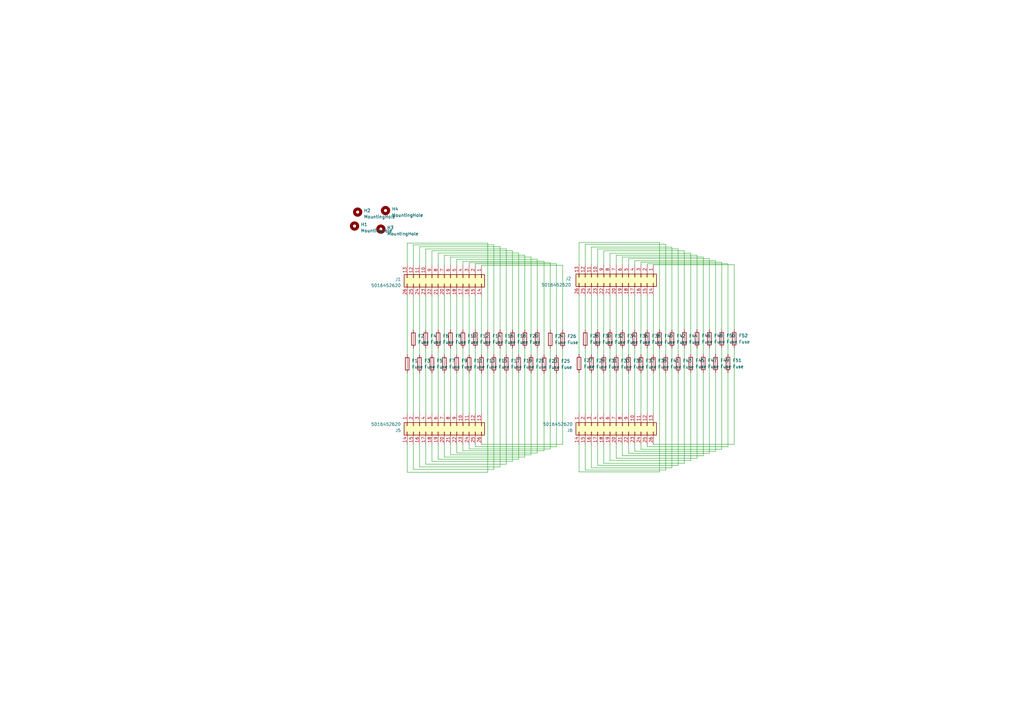
<source format=kicad_sch>
(kicad_sch (version 20231120) (generator "eeschema") (generator_version "8.0")
  (paper "A3")
  (title_block (title "Cell Tap Fuses PCB") (date "2023-03-23") (rev "0") (company "USC Formula Electric"))
  (lib_symbols
    (symbol "Connector_Generic:Conn_02x13_Top_Bottom" (pin_names (offset 1.016) hide)
      (property "Reference" "J" (at 1.27 17.78 0))
      (property "Value" "Conn_02x13_Top_Bottom" (at 1.27 -17.78 0))
      (symbol "Conn_02x13_Top_Bottom_1_1"
        (rectangle (start -1.27 -15.113) (end 0 -15.367) (stroke (width 0.1524)))
        (rectangle (start -1.27 -12.573) (end 0 -12.827) (stroke (width 0.1524)))
        (rectangle (start -1.27 -10.033) (end 0 -10.287) (stroke (width 0.1524)))
        (rectangle (start -1.27 -7.493) (end 0 -7.747) (stroke (width 0.1524)))
        (rectangle (start -1.27 -4.953) (end 0 -5.207) (stroke (width 0.1524)))
        (rectangle (start -1.27 -2.413) (end 0 -2.667) (stroke (width 0.1524)))
        (rectangle (start -1.27 0.127) (end 0 -0.127) (stroke (width 0.1524)))
        (rectangle (start -1.27 2.667) (end 0 2.413) (stroke (width 0.1524)))
        (rectangle (start -1.27 5.207) (end 0 4.953) (stroke (width 0.1524)))
        (rectangle (start -1.27 7.747) (end 0 7.493) (stroke (width 0.1524)))
        (rectangle (start -1.27 10.287) (end 0 10.033) (stroke (width 0.1524)))
        (rectangle (start -1.27 12.827) (end 0 12.573) (stroke (width 0.1524)))
        (rectangle (start -1.27 15.367) (end 0 15.113) (stroke (width 0.1524)))
        (rectangle (start -1.27 16.51) (end 3.81 -16.51) (stroke (width 0.254)) (fill (type background)))
        (rectangle (start 3.81 -15.113) (end 2.54 -15.367) (stroke (width 0.1524)))
        (rectangle (start 3.81 -12.573) (end 2.54 -12.827) (stroke (width 0.1524)))
        (rectangle (start 3.81 -10.033) (end 2.54 -10.287) (stroke (width 0.1524)))
        (rectangle (start 3.81 -7.493) (end 2.54 -7.747) (stroke (width 0.1524)))
        (rectangle (start 3.81 -4.953) (end 2.54 -5.207) (stroke (width 0.1524)))
        (rectangle (start 3.81 -2.413) (end 2.54 -2.667) (stroke (width 0.1524)))
        (rectangle (start 3.81 0.127) (end 2.54 -0.127) (stroke (width 0.1524)))
        (rectangle (start 3.81 2.667) (end 2.54 2.413) (stroke (width 0.1524)))
        (rectangle (start 3.81 5.207) (end 2.54 4.953) (stroke (width 0.1524)))
        (rectangle (start 3.81 7.747) (end 2.54 7.493) (stroke (width 0.1524)))
        (rectangle (start 3.81 10.287) (end 2.54 10.033) (stroke (width 0.1524)))
        (rectangle (start 3.81 12.827) (end 2.54 12.573) (stroke (width 0.1524)))
        (rectangle (start 3.81 15.367) (end 2.54 15.113) (stroke (width 0.1524)))
        (pin passive line (at -5.08 15.24 0) (length 3.81) (name "Pin_1") (number "1"))
        (pin passive line (at -5.08 -7.62 0) (length 3.81) (name "Pin_10") (number "10"))
        (pin passive line (at -5.08 -10.16 0) (length 3.81) (name "Pin_11") (number "11"))
        (pin passive line (at -5.08 -12.7 0) (length 3.81) (name "Pin_12") (number "12"))
        (pin passive line (at -5.08 -15.24 0) (length 3.81) (name "Pin_13") (number "13"))
        (pin passive line (at 7.62 15.24 180) (length 3.81) (name "Pin_14") (number "14"))
        (pin passive line (at 7.62 12.7 180) (length 3.81) (name "Pin_15") (number "15"))
        (pin passive line (at 7.62 10.16 180) (length 3.81) (name "Pin_16") (number "16"))
        (pin passive line (at 7.62 7.62 180) (length 3.81) (name "Pin_17") (number "17"))
        (pin passive line (at 7.62 5.08 180) (length 3.81) (name "Pin_18") (number "18"))
        (pin passive line (at 7.62 2.54 180) (length 3.81) (name "Pin_19") (number "19"))
        (pin passive line (at -5.08 12.7 0) (length 3.81) (name "Pin_2") (number "2"))
        (pin passive line (at 7.62 0 180) (length 3.81) (name "Pin_20") (number "20"))
        (pin passive line (at 7.62 -2.54 180) (length 3.81) (name "Pin_21") (number "21"))
        (pin passive line (at 7.62 -5.08 180) (length 3.81) (name "Pin_22") (number "22"))
        (pin passive line (at 7.62 -7.62 180) (length 3.81) (name "Pin_23") (number "23"))
        (pin passive line (at 7.62 -10.16 180) (length 3.81) (name "Pin_24") (number "24"))
        (pin passive line (at 7.62 -12.7 180) (length 3.81) (name "Pin_25") (number "25"))
        (pin passive line (at 7.62 -15.24 180) (length 3.81) (name "Pin_26") (number "26"))
        (pin passive line (at -5.08 10.16 0) (length 3.81) (name "Pin_3") (number "3"))
        (pin passive line (at -5.08 7.62 0) (length 3.81) (name "Pin_4") (number "4"))
        (pin passive line (at -5.08 5.08 0) (length 3.81) (name "Pin_5") (number "5"))
        (pin passive line (at -5.08 2.54 0) (length 3.81) (name "Pin_6") (number "6"))
        (pin passive line (at -5.08 0 0) (length 3.81) (name "Pin_7") (number "7"))
        (pin passive line (at -5.08 -2.54 0) (length 3.81) (name "Pin_8") (number "8"))
        (pin passive line (at -5.08 -5.08 0) (length 3.81) (name "Pin_9") (number "9"))
      )
    )
    (symbol "Device:Fuse" (pin_numbers hide) (pin_names (offset 0))
      (property "Reference" "F" (at 2.032 0 90))
      (property "Value" "Fuse" (at -1.905 0 90))
      (symbol "Fuse_0_1"
        (rectangle (start -0.762 -2.54) (end 0.762 2.54) (stroke (width 0.254)))
        (polyline (pts (xy 0 2.54) (xy 0 -2.54)))
      )
      (symbol "Fuse_1_1"
        (pin passive line (at 0 3.81 270) (length 1.27) (name "~") (number "1"))
        (pin passive line (at 0 -3.81 90) (length 1.27) (name "~") (number "2"))
      )
    )
    (symbol "Mechanical:MountingHole" (pin_names (offset 1.016))
      (property "Reference" "H" (at 0 5.08 0))
      (property "Value" "MountingHole" (at 0 3.175 0))
      (symbol "MountingHole_0_1"
        (circle (center 0 0) (radius 1.27) (stroke (width 1.27)))
      )
    )
  )
  (wire (pts (xy 262.89 184.277) (xy 262.89 182.245)))
  (wire (pts (xy 210.185 189.23) (xy 177.165 189.23)))
  (wire (pts (xy 207.645 102.108) (xy 174.625 102.108)))
  (wire (pts (xy 265.43 108.204) (xy 265.43 108.585)))
  (wire (pts (xy 250.19 188.849) (xy 250.19 182.245)))
  (wire (pts (xy 240.03 182.245) (xy 240.03 192.786)))
  (wire (pts (xy 187.325 106.299) (xy 187.325 108.839)))
  (wire (pts (xy 220.345 106.299) (xy 187.325 106.299)))
  (wire (pts (xy 210.185 142.875) (xy 210.185 189.23)))
  (wire (pts (xy 280.67 102.87) (xy 280.67 135.128)))
  (wire (pts (xy 247.65 189.992) (xy 247.65 182.245)))
  (wire (pts (xy 255.27 186.944) (xy 255.27 182.245)))
  (wire (pts (xy 230.759 182.245) (xy 197.485 182.245)))
  (wire (pts (xy 169.545 100.457) (xy 169.545 108.839)))
  (wire (pts (xy 250.19 142.875) (xy 250.19 169.545)))
  (wire (pts (xy 189.865 121.539) (xy 189.865 135.255)))
  (wire (pts (xy 288.417 152.908) (xy 288.417 186.944)))
  (wire (pts (xy 290.957 142.748) (xy 290.957 185.928)))
  (wire (pts (xy 202.565 100.457) (xy 169.545 100.457)))
  (wire (pts (xy 174.625 102.108) (xy 174.625 108.839)))
  (wire (pts (xy 240.03 100.203) (xy 240.03 108.585)))
  (wire (pts (xy 197.485 121.539) (xy 197.485 145.415)))
  (wire (pts (xy 200.025 193.675) (xy 167.005 193.675)))
  (wire (pts (xy 270.51 193.548) (xy 237.49 193.548)))
  (wire (pts (xy 285.877 187.96) (xy 252.73 187.96)))
  (wire (pts (xy 228.219 108.204) (xy 228.219 145.542)))
  (wire (pts (xy 293.497 152.908) (xy 293.497 185.039)))
  (wire (pts (xy 250.19 103.886) (xy 250.19 108.585)))
  (wire (pts (xy 255.27 142.875) (xy 255.27 169.545)))
  (wire (pts (xy 240.03 121.285) (xy 240.03 135.255)))
  (wire (pts (xy 194.945 108.204) (xy 194.945 108.839)))
  (wire (pts (xy 177.165 121.539) (xy 177.165 145.415)))
  (wire (pts (xy 260.35 121.285) (xy 260.35 135.255)))
  (wire (pts (xy 270.51 142.875) (xy 270.51 193.548)))
  (wire (pts (xy 273.05 100.203) (xy 240.03 100.203)))
  (wire (pts (xy 270.51 99.441) (xy 237.49 99.441)))
  (wire (pts (xy 230.759 108.839) (xy 230.759 135.382)))
  (wire (pts (xy 169.545 192.532) (xy 169.545 182.245)))
  (wire (pts (xy 298.577 152.908) (xy 298.577 183.261)))
  (wire (pts (xy 200.025 142.875) (xy 200.025 193.675)))
  (wire (pts (xy 296.037 142.748) (xy 296.037 184.277)))
  (wire (pts (xy 223.139 107.188) (xy 223.139 145.542)))
  (wire (pts (xy 283.337 188.849) (xy 250.19 188.849)))
  (wire (pts (xy 189.865 107.188) (xy 189.865 108.839)))
  (wire (pts (xy 283.337 103.886) (xy 250.19 103.886)))
  (wire (pts (xy 237.49 99.441) (xy 237.49 108.585)))
  (wire (pts (xy 247.65 153.035) (xy 247.65 169.545)))
  (wire (pts (xy 167.005 99.695) (xy 167.005 108.839)))
  (wire (pts (xy 205.105 142.875) (xy 205.105 191.516)))
  (wire (pts (xy 223.139 153.162) (xy 223.139 184.912)))
  (wire (pts (xy 172.085 191.516) (xy 172.085 182.245)))
  (wire (pts (xy 202.565 100.457) (xy 202.565 145.415)))
  (wire (pts (xy 217.805 105.41) (xy 217.805 145.415)))
  (wire (pts (xy 273.05 153.035) (xy 273.05 192.786)))
  (wire (pts (xy 290.957 106.045) (xy 257.81 106.045)))
  (wire (pts (xy 242.57 101.346) (xy 242.57 108.585)))
  (wire (pts (xy 301.117 182.245) (xy 267.97 182.245)))
  (wire (pts (xy 187.325 153.035) (xy 187.325 169.545)))
  (wire (pts (xy 257.81 185.928) (xy 257.81 182.245)))
  (wire (pts (xy 225.679 184.15) (xy 192.405 184.15)))
  (wire (pts (xy 210.185 102.87) (xy 177.165 102.87)))
  (wire (pts (xy 273.05 100.203) (xy 273.05 145.415)))
  (wire (pts (xy 210.185 102.87) (xy 210.185 135.255)))
  (wire (pts (xy 278.13 153.035) (xy 278.13 190.881)))
  (wire (pts (xy 205.105 101.219) (xy 172.085 101.219)))
  (wire (pts (xy 182.245 104.648) (xy 182.245 108.839)))
  (wire (pts (xy 212.725 188.341) (xy 179.705 188.341)))
  (wire (pts (xy 207.645 153.035) (xy 207.645 190.373)))
  (wire (pts (xy 275.59 191.897) (xy 242.57 191.897)))
  (wire (pts (xy 280.67 189.992) (xy 247.65 189.992)))
  (wire (pts (xy 230.759 143.002) (xy 230.759 182.245)))
  (wire (pts (xy 172.085 153.035) (xy 172.085 169.545)))
  (wire (pts (xy 265.43 142.875) (xy 265.43 169.545)))
  (wire (pts (xy 184.785 186.563) (xy 184.785 182.245)))
  (wire (pts (xy 212.725 153.035) (xy 212.725 188.341)))
  (wire (pts (xy 288.417 105.41) (xy 288.417 145.288)))
  (wire (pts (xy 174.625 121.539) (xy 174.625 135.255)))
  (wire (pts (xy 194.945 183.261) (xy 194.945 182.245)))
  (wire (pts (xy 260.35 142.875) (xy 260.35 169.545)))
  (wire (pts (xy 296.037 107.569) (xy 262.89 107.569)))
  (wire (pts (xy 298.577 108.204) (xy 298.577 145.288)))
  (wire (pts (xy 177.165 102.87) (xy 177.165 108.839)))
  (wire (pts (xy 237.49 152.908) (xy 237.49 169.545)))
  (wire (pts (xy 262.89 121.285) (xy 262.89 145.415)))
  (wire (pts (xy 194.945 121.539) (xy 194.945 135.255)))
  (wire (pts (xy 205.105 191.516) (xy 172.085 191.516)))
  (wire (pts (xy 212.725 103.759) (xy 212.725 145.415)))
  (wire (pts (xy 245.11 142.875) (xy 245.11 169.545)))
  (wire (pts (xy 215.265 104.648) (xy 215.265 135.255)))
  (wire (pts (xy 167.005 121.539) (xy 167.005 145.415)))
  (wire (pts (xy 167.005 169.545) (xy 167.005 153.035)))
  (wire (pts (xy 273.05 192.786) (xy 240.03 192.786)))
  (wire (pts (xy 285.877 104.648) (xy 285.877 135.128)))
  (wire (pts (xy 237.49 121.285) (xy 237.49 145.288)))
  (wire (pts (xy 223.139 107.188) (xy 189.865 107.188)))
  (wire (pts (xy 197.485 108.839) (xy 230.759 108.839)))
  (wire (pts (xy 192.405 107.696) (xy 192.405 108.839)))
  (wire (pts (xy 174.625 142.875) (xy 174.625 169.545)))
  (wire (pts (xy 296.037 184.277) (xy 262.89 184.277)))
  (wire (pts (xy 187.325 121.539) (xy 187.325 145.415)))
  (wire (pts (xy 252.73 153.035) (xy 252.73 169.545)))
  (wire (pts (xy 237.49 182.245) (xy 237.49 193.548)))
  (wire (pts (xy 167.005 193.675) (xy 167.005 182.245)))
  (wire (pts (xy 242.57 153.035) (xy 242.57 169.545)))
  (wire (pts (xy 245.11 190.881) (xy 245.11 182.245)))
  (wire (pts (xy 174.625 190.373) (xy 174.625 182.245)))
  (wire (pts (xy 262.89 107.569) (xy 262.89 108.585)))
  (wire (pts (xy 172.085 101.219) (xy 172.085 108.839)))
  (wire (pts (xy 215.265 142.875) (xy 215.265 187.452)))
  (wire (pts (xy 247.65 121.285) (xy 247.65 145.415)))
  (wire (pts (xy 189.865 184.912) (xy 189.865 182.245)))
  (wire (pts (xy 215.265 104.648) (xy 182.245 104.648)))
  (wire (pts (xy 189.865 142.875) (xy 189.865 169.545)))
  (wire (pts (xy 290.957 185.928) (xy 257.81 185.928)))
  (wire (pts (xy 245.11 102.108) (xy 245.11 108.585)))
  (wire (pts (xy 288.417 105.41) (xy 255.27 105.41)))
  (wire (pts (xy 298.577 183.261) (xy 265.43 183.261)))
  (wire (pts (xy 245.11 121.285) (xy 245.11 135.255)))
  (wire (pts (xy 182.245 121.539) (xy 182.245 145.415)))
  (wire (pts (xy 202.565 192.532) (xy 169.545 192.532)))
  (wire (pts (xy 179.705 121.539) (xy 179.705 135.255)))
  (wire (pts (xy 194.945 142.875) (xy 194.945 169.545)))
  (wire (pts (xy 187.325 185.801) (xy 187.325 182.245)))
  (wire (pts (xy 169.545 142.875) (xy 169.545 169.545)))
  (wire (pts (xy 228.219 183.261) (xy 194.945 183.261)))
  (wire (pts (xy 179.705 188.341) (xy 179.705 182.245)))
  (wire (pts (xy 177.165 189.23) (xy 177.165 182.245)))
  (wire (pts (xy 242.57 191.897) (xy 242.57 182.245)))
  (wire (pts (xy 200.025 99.695) (xy 200.025 135.255)))
  (wire (pts (xy 212.725 103.759) (xy 179.705 103.759)))
  (wire (pts (xy 285.877 104.648) (xy 252.73 104.648)))
  (wire (pts (xy 257.81 121.285) (xy 257.81 145.415)))
  (wire (pts (xy 260.35 106.934) (xy 260.35 108.585)))
  (wire (pts (xy 225.679 107.696) (xy 225.679 135.382)))
  (wire (pts (xy 278.13 190.881) (xy 245.11 190.881)))
  (wire (pts (xy 240.03 142.875) (xy 240.03 169.545)))
  (wire (pts (xy 192.405 121.539) (xy 192.405 145.415)))
  (wire (pts (xy 296.037 107.569) (xy 296.037 135.128)))
  (wire (pts (xy 275.59 101.346) (xy 275.59 135.255)))
  (wire (pts (xy 225.679 143.002) (xy 225.679 184.15)))
  (wire (pts (xy 197.485 153.035) (xy 197.485 169.545)))
  (wire (pts (xy 179.705 103.759) (xy 179.705 108.839)))
  (wire (pts (xy 169.545 121.539) (xy 169.545 135.255)))
  (wire (pts (xy 182.245 187.452) (xy 182.245 182.245)))
  (wire (pts (xy 257.81 153.035) (xy 257.81 169.545)))
  (wire (pts (xy 184.785 105.41) (xy 184.785 108.839)))
  (wire (pts (xy 301.117 142.748) (xy 301.117 182.245)))
  (wire (pts (xy 252.73 104.648) (xy 252.73 108.585)))
  (wire (pts (xy 179.705 142.875) (xy 179.705 169.545)))
  (wire (pts (xy 255.27 121.285) (xy 255.27 135.255)))
  (wire (pts (xy 255.27 105.41) (xy 255.27 108.585)))
  (wire (pts (xy 293.497 185.039) (xy 260.35 185.039)))
  (wire (pts (xy 285.877 142.748) (xy 285.877 187.96)))
  (wire (pts (xy 283.337 152.908) (xy 283.337 188.849)))
  (wire (pts (xy 260.35 182.245) (xy 260.35 185.039)))
  (wire (pts (xy 250.19 121.285) (xy 250.19 135.255)))
  (wire (pts (xy 202.565 153.035) (xy 202.565 192.532)))
  (wire (pts (xy 301.117 108.585) (xy 301.117 135.128)))
  (wire (pts (xy 262.89 153.035) (xy 262.89 169.545)))
  (wire (pts (xy 205.105 101.219) (xy 205.105 135.255)))
  (wire (pts (xy 228.219 153.162) (xy 228.219 183.261)))
  (wire (pts (xy 217.805 105.41) (xy 184.785 105.41)))
  (wire (pts (xy 280.67 142.748) (xy 280.67 189.992)))
  (wire (pts (xy 220.345 185.801) (xy 187.325 185.801)))
  (wire (pts (xy 275.59 101.346) (xy 242.57 101.346)))
  (wire (pts (xy 220.345 106.299) (xy 220.345 135.255)))
  (wire (pts (xy 290.957 106.045) (xy 290.957 135.128)))
  (wire (pts (xy 267.97 121.285) (xy 267.97 145.415)))
  (wire (pts (xy 247.65 102.87) (xy 247.65 108.585)))
  (wire (pts (xy 257.81 106.045) (xy 257.81 108.585)))
  (wire (pts (xy 220.345 142.875) (xy 220.345 185.801)))
  (wire (pts (xy 200.025 99.695) (xy 167.005 99.695)))
  (wire (pts (xy 184.785 121.539) (xy 184.785 135.255)))
  (wire (pts (xy 215.265 187.452) (xy 182.245 187.452)))
  (wire (pts (xy 223.139 184.912) (xy 189.865 184.912)))
  (wire (pts (xy 252.73 121.285) (xy 252.73 145.415)))
  (wire (pts (xy 228.219 108.204) (xy 194.945 108.204)))
  (wire (pts (xy 177.165 153.035) (xy 177.165 169.545)))
  (wire (pts (xy 225.679 107.696) (xy 192.405 107.696)))
  (wire (pts (xy 288.417 186.944) (xy 255.27 186.944)))
  (wire (pts (xy 270.51 99.441) (xy 270.51 135.255)))
  (wire (pts (xy 278.13 102.108) (xy 245.11 102.108)))
  (wire (pts (xy 217.805 153.035) (xy 217.805 186.563)))
  (wire (pts (xy 207.645 190.373) (xy 174.625 190.373)))
  (wire (pts (xy 172.085 121.539) (xy 172.085 145.415)))
  (wire (pts (xy 267.97 108.585) (xy 301.117 108.585)))
  (wire (pts (xy 192.405 153.035) (xy 192.405 169.545)))
  (wire (pts (xy 192.405 184.15) (xy 192.405 182.245)))
  (wire (pts (xy 182.245 153.035) (xy 182.245 169.545)))
  (wire (pts (xy 283.337 103.886) (xy 283.337 145.288)))
  (wire (pts (xy 217.805 186.563) (xy 184.785 186.563)))
  (wire (pts (xy 265.43 183.261) (xy 265.43 182.245)))
  (wire (pts (xy 265.43 121.285) (xy 265.43 135.255)))
  (wire (pts (xy 267.97 153.035) (xy 267.97 169.545)))
  (wire (pts (xy 280.67 102.87) (xy 247.65 102.87)))
  (wire (pts (xy 275.59 142.875) (xy 275.59 191.897)))
  (wire (pts (xy 293.497 106.934) (xy 260.35 106.934)))
  (wire (pts (xy 184.785 142.875) (xy 184.785 169.545)))
  (wire (pts (xy 242.57 121.285) (xy 242.57 145.415)))
  (wire (pts (xy 293.497 106.934) (xy 293.497 145.288)))
  (wire (pts (xy 278.13 102.108) (xy 278.13 145.415)))
  (wire (pts (xy 298.577 108.204) (xy 265.43 108.204)))
  (wire (pts (xy 252.73 187.96) (xy 252.73 182.245)))
  (wire (pts (xy 207.645 102.108) (xy 207.645 145.415)))
  (symbol (lib_id "Device:Fuse") (at 192.405 149.225 0) (unit 1)
    (property "Reference" "F11" (at 194.31 147.955 0) (effects (justify left)))
    (property "Value" "Fuse" (at 194.31 150.495 0) (effects (justify left)))
    (property "Footprint" "BK_PCS:FUSE_BK_PCS" (effects (hide yes)))
  )
  (symbol (lib_id "Device:Fuse") (at 220.345 139.065 0) (unit 1)
    (property "Reference" "F22" (effects (hide yes)))
    (property "Value" "Fuse" (effects (hide yes)))
    (property "Footprint" "BK_PCS:FUSE_BK_PCS" (effects (hide yes)))
  )
  (symbol (lib_id "Device:Fuse") (at 230.759 139.192 0) (unit 1)
    (property "Reference" "F26" (at 232.664 137.922 0) (effects (justify left)))
    (property "Value" "Fuse" (at 232.664 140.462 0) (effects (justify left)))
    (property "Footprint" "BK_PCS:FUSE_BK_PCS" (effects (hide yes)))
  )
  (symbol (lib_id "Device:Fuse") (at 250.19 139.065 0) (unit 1)
    (property "Reference" "F32" (at 252.095 137.795 0) (effects (justify left)))
    (property "Value" "Fuse" (at 252.095 140.335 0) (effects (justify left)))
    (property "Footprint" "BK_PCS:FUSE_BK_PCS" (effects (hide yes)))
  )
  (symbol (lib_id "Device:Fuse") (at 217.805 149.225 0) (unit 1)
    (property "Reference" "F21" (at 219.71 147.955 0) (effects (justify left)))
    (property "Value" "Fuse" (at 219.71 150.495 0) (effects (justify left)))
    (property "Footprint" "BK_PCS:FUSE_BK_PCS" (effects (hide yes)))
  )
  (symbol (lib_id "Device:Fuse") (at 237.49 149.098 0) (unit 1)
    (property "Reference" "F27" (at 239.395 147.828 0) (effects (justify left)))
    (property "Value" "Fuse" (at 239.395 150.368 0) (effects (justify left)))
    (property "Footprint" "BK_PCS:FUSE_BK_PCS" (effects (hide yes)))
  )
  (symbol (lib_id "Device:Fuse") (at 283.337 149.098 0) (unit 1)
    (property "Reference" "F45" (at 285.242 147.828 0) (effects (justify left)))
    (property "Value" "Fuse" (at 285.242 150.368 0) (effects (justify left)))
    (property "Footprint" "BK_PCS:FUSE_BK_PCS" (effects (hide yes)))
  )
  (symbol (lib_id "Device:Fuse") (at 194.945 139.065 0) (unit 1)
    (property "Reference" "F12" (at 196.85 137.795 0) (effects (justify left)))
    (property "Value" "Fuse" (at 196.85 140.335 0) (effects (justify left)))
    (property "Footprint" "BK_PCS:FUSE_BK_PCS" (effects (hide yes)))
  )
  (symbol (lib_id "Connector_Generic:Conn_02x13_Top_Bottom") (at 252.73 113.665 270) (unit 1)
    (property "Reference" "J2" (at 234.315 114.3 90) (effects (justify right)))
    (property "Value" "5016452620" (at 234.315 116.84 90) (effects (justify right)))
    (property "Footprint" "Connector_Molex:CON_5016452620_MOL" (effects (hide yes)))
  )
  (symbol (lib_id "Device:Fuse") (at 285.877 138.938 0) (unit 1)
    (property "Reference" "F46" (at 287.782 137.668 0) (effects (justify left)))
    (property "Value" "Fuse" (at 287.782 140.208 0) (effects (justify left)))
    (property "Footprint" "BK_PCS:FUSE_BK_PCS" (effects (hide yes)))
  )
  (symbol (lib_id "Device:Fuse") (at 172.085 149.225 0) (unit 1)
    (property "Reference" "F3" (at 173.99 147.955 0) (effects (justify left)))
    (property "Value" "Fuse" (at 173.99 150.495 0) (effects (justify left)))
    (property "Footprint" "BK_PCS:FUSE_BK_PCS" (effects (hide yes)))
  )
  (symbol (lib_id "Device:Fuse") (at 179.705 139.065 0) (unit 1)
    (property "Reference" "F6" (at 181.61 137.795 0) (effects (justify left)))
    (property "Value" "Fuse" (at 181.61 140.335 0) (effects (justify left)))
    (property "Footprint" "BK_PCS:FUSE_BK_PCS" (effects (hide yes)))
  )
  (symbol (lib_id "Device:Fuse") (at 169.545 139.065 0) (unit 1)
    (property "Reference" "F2" (at 171.45 137.795 0) (effects (justify left)))
    (property "Value" "Fuse" (at 171.45 140.335 0) (effects (justify left)))
    (property "Footprint" "BK_PCS:FUSE_BK_PCS" (effects (hide yes)))
  )
  (symbol (lib_id "Device:Fuse") (at 212.725 149.225 0) (unit 1)
    (property "Reference" "F19" (at 214.63 147.955 0) (effects (justify left)))
    (property "Value" "Fuse" (at 214.63 150.495 0) (effects (justify left)))
    (property "Footprint" "BK_PCS:FUSE_BK_PCS" (effects (hide yes)))
  )
  (symbol (lib_id "Device:Fuse") (at 177.165 149.225 0) (unit 1)
    (property "Reference" "F5" (at 179.07 147.955 0) (effects (justify left)))
    (property "Value" "Fuse" (at 179.07 150.495 0) (effects (justify left)))
    (property "Footprint" "BK_PCS:FUSE_BK_PCS" (effects (hide yes)))
  )
  (symbol (lib_id "Device:Fuse") (at 228.219 149.352 0) (unit 1)
    (property "Reference" "F25" (at 230.124 148.082 0) (effects (justify left)))
    (property "Value" "Fuse" (at 230.124 150.622 0) (effects (justify left)))
    (property "Footprint" "BK_PCS:FUSE_BK_PCS" (effects (hide yes)))
  )
  (symbol (lib_id "Device:Fuse") (at 205.105 139.065 0) (unit 1)
    (property "Reference" "F16" (at 207.01 137.795 0) (effects (justify left)))
    (property "Value" "Fuse" (at 207.01 140.335 0) (effects (justify left)))
    (property "Footprint" "BK_PCS:FUSE_BK_PCS" (effects (hide yes)))
  )
  (symbol (lib_id "Device:Fuse") (at 296.037 138.938 0) (unit 1)
    (property "Reference" "F50" (at 297.942 137.668 0) (effects (justify left)))
    (property "Value" "Fuse" (at 297.942 140.208 0) (effects (justify left)))
    (property "Footprint" "BK_PCS:FUSE_BK_PCS" (effects (hide yes)))
  )
  (symbol (lib_id "Device:Fuse") (at 290.957 138.938 0) (unit 1)
    (property "Reference" "F48" (at 292.862 137.668 0) (effects (justify left)))
    (property "Value" "Fuse" (at 292.862 140.208 0) (effects (justify left)))
    (property "Footprint" "BK_PCS:FUSE_BK_PCS" (effects (hide yes)))
  )
  (symbol (lib_id "Device:Fuse") (at 288.417 149.098 0) (unit 1)
    (property "Reference" "F47" (at 290.322 147.828 0) (effects (justify left)))
    (property "Value" "Fuse" (at 290.322 150.368 0) (effects (justify left)))
    (property "Footprint" "BK_PCS:FUSE_BK_PCS" (effects (hide yes)))
  )
  (symbol (lib_id "Connector_Generic:Conn_02x13_Top_Bottom") (at 182.245 174.625 90) (mirror x) (unit 1)
    (property "Reference" "J5" (at 164.465 176.53 90) (effects (justify left)))
    (property "Value" "5016452620" (at 164.465 173.99 90) (effects (justify left)))
    (property "Footprint" "Connector_Molex:CON_5016452620_MOL" (effects (hide yes)))
  )
  (symbol (lib_id "Device:Fuse") (at 257.81 149.225 0) (unit 1)
    (property "Reference" "F35" (at 259.715 147.955 0) (effects (justify left)))
    (property "Value" "Fuse" (at 259.715 150.495 0) (effects (justify left)))
    (property "Footprint" "BK_PCS:FUSE_BK_PCS" (effects (hide yes)))
  )
  (symbol (lib_id "Connector_Generic:Conn_02x13_Top_Bottom") (at 252.73 174.625 90) (mirror x) (unit 1)
    (property "Reference" "J6" (at 234.95 176.53 90) (effects (justify left)))
    (property "Value" "5016452620" (at 234.95 173.99 90) (effects (justify left)))
    (property "Footprint" "Connector_Molex:CON_5016452620_MOL" (effects (hide yes)))
  )
  (symbol (lib_id "Connector_Generic:Conn_02x13_Top_Bottom") (at 182.245 113.919 270) (unit 1)
    (property "Reference" "J1" (at 164.465 114.554 90) (effects (justify right)))
    (property "Value" "5016452620" (at 164.465 117.094 90) (effects (justify right)))
    (property "Footprint" "Connector_Molex:CON_5016452620_MOL" (effects (hide yes)))
  )
  (symbol (lib_id "Device:Fuse") (at 202.565 149.225 0) (unit 1)
    (property "Reference" "F15" (at 204.47 147.955 0) (effects (justify left)))
    (property "Value" "Fuse" (at 204.47 150.495 0) (effects (justify left)))
    (property "Footprint" "BK_PCS:FUSE_BK_PCS" (effects (hide yes)))
  )
  (symbol (lib_id "Device:Fuse") (at 182.245 149.225 0) (unit 1)
    (property "Reference" "F7" (at 184.15 147.955 0) (effects (justify left)))
    (property "Value" "Fuse" (at 184.15 150.495 0) (effects (justify left)))
    (property "Footprint" "BK_PCS:FUSE_BK_PCS" (effects (hide yes)))
  )
  (symbol (lib_id "Device:Fuse") (at 262.89 149.225 0) (unit 1)
    (property "Reference" "F37" (at 264.795 147.955 0) (effects (justify left)))
    (property "Value" "Fuse" (at 264.795 150.495 0) (effects (justify left)))
    (property "Footprint" "BK_PCS:FUSE_BK_PCS" (effects (hide yes)))
  )
  (symbol (lib_id "Device:Fuse") (at 260.35 139.065 0) (unit 1)
    (property "Reference" "F36" (at 262.255 137.795 0) (effects (justify left)))
    (property "Value" "Fuse" (at 262.255 140.335 0) (effects (justify left)))
    (property "Footprint" "BK_PCS:FUSE_BK_PCS" (effects (hide yes)))
  )
  (symbol (lib_id "Device:Fuse") (at 298.577 149.098 0) (unit 1)
    (property "Reference" "F51" (at 300.482 147.828 0) (effects (justify left)))
    (property "Value" "Fuse" (at 300.482 150.368 0) (effects (justify left)))
    (property "Footprint" "BK_PCS:FUSE_BK_PCS" (effects (hide yes)))
  )
  (symbol (lib_id "Device:Fuse") (at 293.497 149.098 0) (unit 1)
    (property "Reference" "F49" (at 295.402 147.828 0) (effects (justify left)))
    (property "Value" "Fuse" (at 295.402 150.368 0) (effects (justify left)))
    (property "Footprint" "BK_PCS:FUSE_BK_PCS" (effects (hide yes)))
  )
  (symbol (lib_id "Device:Fuse") (at 207.645 149.225 0) (unit 1)
    (property "Reference" "F17" (at 209.55 147.955 0) (effects (justify left)))
    (property "Value" "Fuse" (at 209.55 150.495 0) (effects (justify left)))
    (property "Footprint" "BK_PCS:FUSE_BK_PCS" (effects (hide yes)))
  )
  (symbol (lib_id "Device:Fuse") (at 255.27 139.065 0) (unit 1)
    (property "Reference" "F34" (at 257.175 137.795 0) (effects (justify left)))
    (property "Value" "Fuse" (at 257.175 140.335 0) (effects (justify left)))
    (property "Footprint" "BK_PCS:FUSE_BK_PCS" (effects (hide yes)))
  )
  (symbol (lib_id "Device:Fuse") (at 215.265 139.065 0) (unit 1)
    (property "Reference" "F20" (at 217.17 137.795 0) (effects (justify left)))
    (property "Value" "Fuse" (at 217.17 140.335 0) (effects (justify left)))
    (property "Footprint" "BK_PCS:FUSE_BK_PCS" (effects (hide yes)))
  )
  (symbol (lib_id "Mechanical:MountingHole") (at 158.115 86.36 0) (unit 1)
    (property "Reference" "H4" (at 160.655 85.725 0) (effects (justify left)))
    (property "Value" "MountingHole" (at 160.655 88.265 0) (effects (justify left)))
    (property "Footprint" "MountingHole:MountingHole_4.3mm_M4" (effects (hide yes)))
  )
  (symbol (lib_id "Device:Fuse") (at 270.51 139.065 0) (unit 1)
    (property "Reference" "F40" (at 272.415 137.795 0) (effects (justify left)))
    (property "Value" "Fuse" (at 272.415 140.335 0) (effects (justify left)))
    (property "Footprint" "BK_PCS:FUSE_BK_PCS" (effects (hide yes)))
  )
  (symbol (lib_id "Device:Fuse") (at 189.865 139.065 0) (unit 1)
    (property "Reference" "F10" (at 191.77 137.795 0) (effects (justify left)))
    (property "Value" "Fuse" (at 191.77 140.335 0) (effects (justify left)))
    (property "Footprint" "BK_PCS:FUSE_BK_PCS" (effects (hide yes)))
  )
  (symbol (lib_id "Device:Fuse") (at 273.05 149.225 0) (unit 1)
    (property "Reference" "F41" (at 274.955 147.955 0) (effects (justify left)))
    (property "Value" "Fuse" (at 274.955 150.495 0) (effects (justify left)))
    (property "Footprint" "BK_PCS:FUSE_BK_PCS" (effects (hide yes)))
  )
  (symbol (lib_id "Device:Fuse") (at 275.59 139.065 0) (unit 1)
    (property "Reference" "F42" (at 277.495 137.795 0) (effects (justify left)))
    (property "Value" "Fuse" (at 277.495 140.335 0) (effects (justify left)))
    (property "Footprint" "BK_PCS:FUSE_BK_PCS" (effects (hide yes)))
  )
  (symbol (lib_id "Device:Fuse") (at 301.117 138.938 0) (unit 1)
    (property "Reference" "F52" (at 303.022 137.668 0) (effects (justify left)))
    (property "Value" "Fuse" (at 303.022 140.208 0) (effects (justify left)))
    (property "Footprint" "BK_PCS:FUSE_BK_PCS" (effects (hide yes)))
  )
  (symbol (lib_id "Device:Fuse") (at 197.485 149.225 0) (unit 1)
    (property "Reference" "F13" (at 199.39 147.955 0) (effects (justify left)))
    (property "Value" "Fuse" (at 199.39 150.495 0) (effects (justify left)))
    (property "Footprint" "BK_PCS:FUSE_BK_PCS" (effects (hide yes)))
  )
  (symbol (lib_id "Device:Fuse") (at 247.65 149.225 0) (unit 1)
    (property "Reference" "F31" (at 249.555 147.955 0) (effects (justify left)))
    (property "Value" "Fuse" (at 249.555 150.495 0) (effects (justify left)))
    (property "Footprint" "BK_PCS:FUSE_BK_PCS" (effects (hide yes)))
  )
  (symbol (lib_id "Device:Fuse") (at 225.679 139.192 0) (unit 1)
    (property "Reference" "F24" (at 227.584 137.922 0) (effects (justify left)))
    (property "Value" "Fuse" (at 227.584 140.462 0) (effects (justify left)))
    (property "Footprint" "BK_PCS:FUSE_BK_PCS" (effects (hide yes)))
  )
  (symbol (lib_id "Device:Fuse") (at 245.11 139.065 0) (unit 1)
    (property "Reference" "F30" (at 247.015 137.795 0) (effects (justify left)))
    (property "Value" "Fuse" (at 247.015 140.335 0) (effects (justify left)))
    (property "Footprint" "BK_PCS:FUSE_BK_PCS" (effects (hide yes)))
  )
  (symbol (lib_id "Device:Fuse") (at 167.005 149.225 0) (unit 1)
    (property "Reference" "F1" (at 168.91 147.955 0) (effects (justify left)))
    (property "Value" "Fuse" (at 168.91 150.495 0) (effects (justify left)))
    (property "Footprint" "BK_PCS:FUSE_BK_PCS" (effects (hide yes)))
  )
  (symbol (lib_id "Device:Fuse") (at 200.025 139.065 0) (unit 1)
    (property "Reference" "F14" (at 201.93 137.795 0) (effects (justify left)))
    (property "Value" "Fuse" (at 201.93 140.335 0) (effects (justify left)))
    (property "Footprint" "BK_PCS:FUSE_BK_PCS" (effects (hide yes)))
  )
  (symbol (lib_id "Mechanical:MountingHole") (at 156.21 93.98 0) (unit 1)
    (property "Reference" "H3" (at 158.75 93.345 0) (effects (justify left)))
    (property "Value" "MountingHole" (at 158.75 95.885 0) (effects (justify left)))
    (property "Footprint" "MountingHole:MountingHole_4.3mm_M4" (effects (hide yes)))
  )
  (symbol (lib_id "Mechanical:MountingHole") (at 146.685 86.995 0) (unit 1)
    (property "Reference" "H2" (at 149.225 86.36 0) (effects (justify left)))
    (property "Value" "MountingHole" (at 149.225 88.9 0) (effects (justify left)))
    (property "Footprint" "MountingHole:MountingHole_4.3mm_M4" (effects (hide yes)))
  )
  (symbol (lib_id "Mechanical:MountingHole") (at 145.415 92.71 0) (unit 1)
    (property "Reference" "H1" (at 147.955 92.075 0) (effects (justify left)))
    (property "Value" "MountingHole" (at 147.955 94.615 0) (effects (justify left)))
    (property "Footprint" "MountingHole:MountingHole_4.3mm_M4" (effects (hide yes)))
  )
  (symbol (lib_id "Device:Fuse") (at 187.325 149.225 0) (unit 1)
    (property "Reference" "F9" (at 189.23 147.955 0) (effects (justify left)))
    (property "Value" "Fuse" (at 189.23 150.495 0) (effects (justify left)))
    (property "Footprint" "BK_PCS:FUSE_BK_PCS" (effects (hide yes)))
  )
  (symbol (lib_id "Device:Fuse") (at 242.57 149.225 0) (unit 1)
    (property "Reference" "F29" (at 244.475 147.955 0) (effects (justify left)))
    (property "Value" "Fuse" (at 244.475 150.495 0) (effects (justify left)))
    (property "Footprint" "BK_PCS:FUSE_BK_PCS" (effects (hide yes)))
  )
  (symbol (lib_id "Device:Fuse") (at 223.139 149.352 0) (unit 1)
    (property "Reference" "F23" (at 225.044 148.082 0) (effects (justify left)))
    (property "Value" "Fuse" (at 225.044 150.622 0) (effects (justify left)))
    (property "Footprint" "BK_PCS:FUSE_BK_PCS" (effects (hide yes)))
  )
  (symbol (lib_id "Device:Fuse") (at 265.43 139.065 0) (unit 1)
    (property "Reference" "F38" (at 267.335 137.795 0) (effects (justify left)))
    (property "Value" "Fuse" (at 267.335 140.335 0) (effects (justify left)))
    (property "Footprint" "BK_PCS:FUSE_BK_PCS" (effects (hide yes)))
  )
  (symbol (lib_id "Device:Fuse") (at 210.185 139.065 0) (unit 1)
    (property "Reference" "F18" (at 212.09 137.795 0) (effects (justify left)))
    (property "Value" "Fuse" (at 212.09 140.335 0) (effects (justify left)))
    (property "Footprint" "BK_PCS:FUSE_BK_PCS" (effects (hide yes)))
  )
  (symbol (lib_id "Device:Fuse") (at 174.625 139.065 0) (unit 1)
    (property "Reference" "F4" (at 176.53 137.795 0) (effects (justify left)))
    (property "Value" "Fuse" (at 176.53 140.335 0) (effects (justify left)))
    (property "Footprint" "BK_PCS:FUSE_BK_PCS" (effects (hide yes)))
  )
  (symbol (lib_id "Device:Fuse") (at 278.13 149.225 0) (unit 1)
    (property "Reference" "F43" (at 280.035 147.955 0) (effects (justify left)))
    (property "Value" "Fuse" (at 280.035 150.495 0) (effects (justify left)))
    (property "Footprint" "BK_PCS:FUSE_BK_PCS" (effects (hide yes)))
  )
  (symbol (lib_id "Device:Fuse") (at 280.67 138.938 0) (unit 1)
    (property "Reference" "F44" (at 282.575 137.795 0) (effects (justify left)))
    (property "Value" "Fuse" (at 282.575 140.335 0) (effects (justify left)))
    (property "Footprint" "BK_PCS:FUSE_BK_PCS" (effects (hide yes)))
  )
  (symbol (lib_id "Device:Fuse") (at 267.97 149.225 0) (unit 1)
    (property "Reference" "F39" (at 269.875 147.955 0) (effects (justify left)))
    (property "Value" "Fuse" (at 269.875 150.495 0) (effects (justify left)))
    (property "Footprint" "BK_PCS:FUSE_BK_PCS" (effects (hide yes)))
  )
  (symbol (lib_id "Device:Fuse") (at 240.03 139.065 0) (unit 1)
    (property "Reference" "F28" (at 241.935 137.795 0) (effects (justify left)))
    (property "Value" "Fuse" (at 241.935 140.335 0) (effects (justify left)))
    (property "Footprint" "BK_PCS:FUSE_BK_PCS" (effects (hide yes)))
  )
  (symbol (lib_id "Device:Fuse") (at 184.785 139.065 0) (unit 1)
    (property "Reference" "F8" (at 186.69 137.795 0) (effects (justify left)))
    (property "Value" "Fuse" (at 186.69 140.335 0) (effects (justify left)))
    (property "Footprint" "BK_PCS:FUSE_BK_PCS" (effects (hide yes)))
  )
  (symbol (lib_id "Device:Fuse") (at 252.73 149.225 0) (unit 1)
    (property "Reference" "F33" (at 254.635 147.955 0) (effects (justify left)))
    (property "Value" "Fuse" (at 254.635 150.495 0) (effects (justify left)))
    (property "Footprint" "BK_PCS:FUSE_BK_PCS" (effects (hide yes)))
  )
)
</source>
